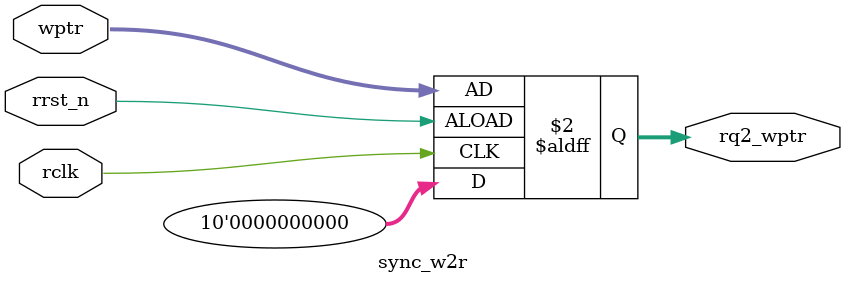
<source format=sv>
module sync_w2r#(parameter ADDRSIZE = 9)
(
  input   rclk, rrst_n,
  input   [ADDRSIZE:0] wptr,
  output reg [ADDRSIZE:0] rq2_wptr
);

  reg [ADDRSIZE:0] rq1_wptr;

  always_ff @(posedge rclk or negedge rrst_n)
    if (rrst_n)begin
      rq2_wptr <= '0;
	  rq1_wptr <= '0;
	  end
    else begin
      rq2_wptr <= wptr;
	  rq1_wptr <= wptr;
	  end
endmodule

</source>
